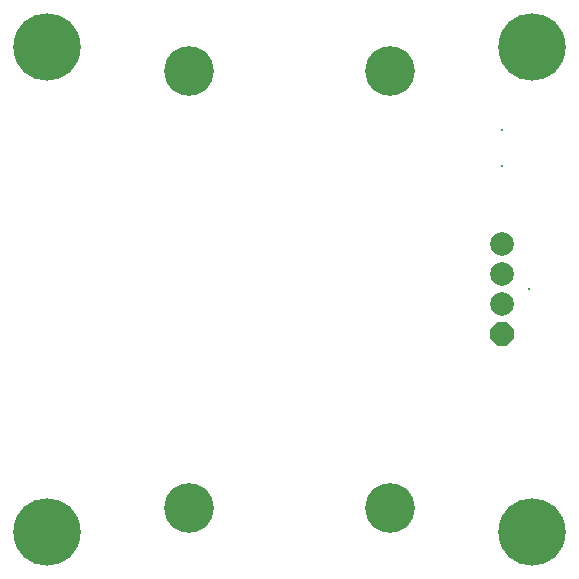
<source format=gbs>
G04 Layer_Color=16711935*
%FSLAX44Y44*%
%MOMM*%
G71*
G01*
G75*
%ADD25C,0.2032*%
G04:AMPARAMS|DCode=26|XSize=0.2032mm|YSize=0.2032mm|CornerRadius=0mm|HoleSize=0mm|Usage=FLASHONLY|Rotation=90.000|XOffset=0mm|YOffset=0mm|HoleType=Round|Shape=RoundedRectangle|*
%AMROUNDEDRECTD26*
21,1,0.2032,0.2032,0,0,90.0*
21,1,0.2032,0.2032,0,0,90.0*
1,1,0.0000,0.1016,0.1016*
1,1,0.0000,0.1016,-0.1016*
1,1,0.0000,-0.1016,-0.1016*
1,1,0.0000,-0.1016,0.1016*
%
%ADD26ROUNDEDRECTD26*%
%ADD27P,2.1683X8X112.5*%
%ADD28C,2.0032*%
%ADD29C,5.7032*%
%ADD30C,4.2032*%
D25*
X430000Y384605D02*
D03*
Y354605D02*
D03*
D26*
X452800Y250000D02*
D03*
D27*
X430000Y211900D02*
D03*
D28*
Y237300D02*
D03*
Y262700D02*
D03*
Y288100D02*
D03*
D29*
X455000Y45000D02*
D03*
X45000D02*
D03*
X455000Y455000D02*
D03*
X45000D02*
D03*
D30*
X165000Y435000D02*
D03*
X335000D02*
D03*
X165000Y65000D02*
D03*
X335000D02*
D03*
M02*

</source>
